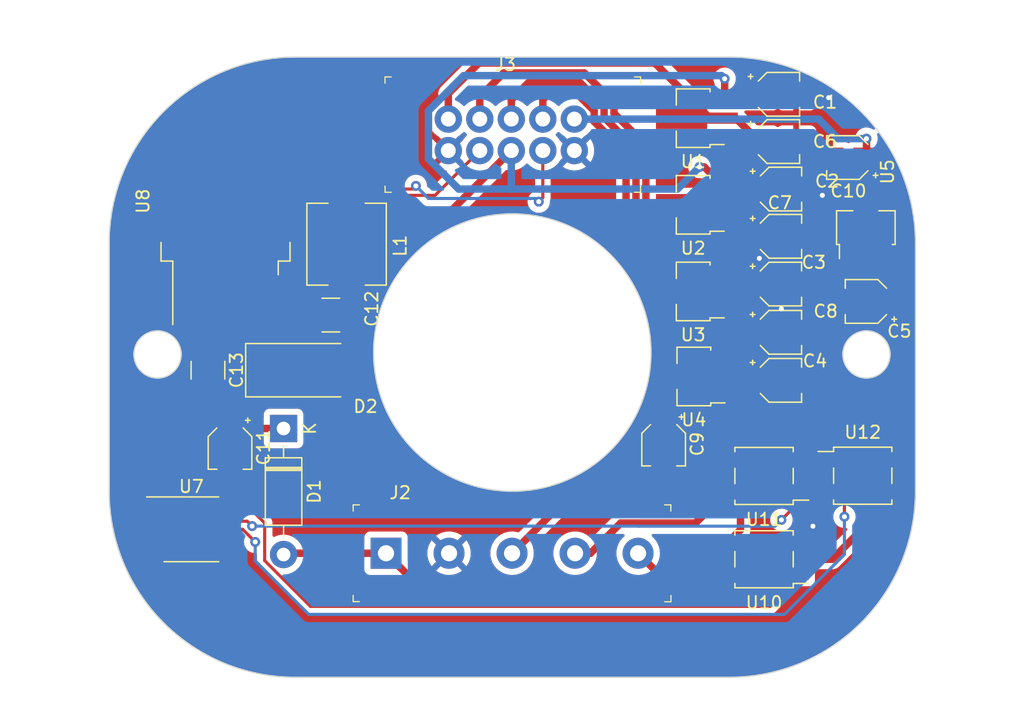
<source format=kicad_pcb>
(kicad_pcb (version 20221018) (generator pcbnew)
  (layers (0 "F.Cu" signal) (31 "B.Cu" signal) (34 "B.Paste" user) (35 "F.Paste" user) (36 "B.SilkS" user "B.Silkscreen") (37 "F.SilkS" user "F.Silkscreen") (38 "B.Mask" user) (39 "F.Mask" user) (44 "Edge.Cuts" user))
  (net 0 "")
  (net 1 "5v")
  (net 2 "Earth")
  (net 3 "1v2_VCORE")
  (net 4 "3v3")
  (net 5 "2v5_VDDFUSE")
  (net 6 "1v2")
  (net 7 "1v5_DDR")
  (net 8 "Net-(D1-K)")
  (net 9 "Net-(D1-A)")
  (net 10 "Net-(D2-K)")
  (net 11 "Net-(J2-Pad3)")
  (net 12 "Net-(J2-Pad4)")
  (net 13 "Net-(J2-Pad5)")
  (net 14 "SCL")
  (net 15 "SDA")
  (net 23 "FAN")
  (net 24 "COOL")
  (net 25 "HEAT")
  (footprint "Package_TO_SOT_SMD:SOT-89-3_Handsoldering" (layer "F.Cu") (at 146 43.75 90)
    (fp_text reference "U5" (at 4.5 1.75 90) (layer "F.SilkS"))
    (fp_text value "AZ1117-1.5")
    (pad "1" smd rect (at -2.45 -1.5 90) (size 2.3 0.9) (layers "F.Cu" "F.Paste" "F.Mask") (net 2 "Earth"))
    (pad "2" smd custom (at -2.3625 0 90) (size 2.475 0.9) (layers "F.Cu" "F.Paste" "F.Mask") (net 7 "1v5_DDR") (options (clearance outline) (anchor rect)) (primitives (gr_poly (pts (xy 5.3625 0.8665) (xy 1.2375 0.8665) (xy 1.2375 -0.8665) (xy 5.3625 -0.8665)) (width 0) (fill yes))))
    (pad "3" smd rect (at -2.45 1.5 90) (size 2.3 0.9) (layers "F.Cu" "F.Paste" "F.Mask") (net 1 "5v"))
  )
  (footprint "Package_TO_SOT_SMD:SOT-89-3_Handsoldering" (layer "F.Cu") (at 132.08 41.91 180)
    (fp_text reference "U2" (at 0 -3.5) (layer "F.SilkS"))
    (fp_text value "AZ1117-3.3")
    (pad "1" smd rect (at -2.45 -1.5 180) (size 2.3 0.9) (layers "F.Cu" "F.Paste" "F.Mask") (net 2 "Earth"))
    (pad "2" smd custom (at -2.3625 0 180) (size 2.475 0.9) (layers "F.Cu" "F.Paste" "F.Mask") (net 4 "3v3") (options (clearance outline) (anchor rect)) (primitives (gr_poly (pts (xy 5.3625 0.8665) (xy 1.2375 0.8665) (xy 1.2375 -0.8665) (xy 5.3625 -0.8665)) (width 0) (fill yes))))
    (pad "3" smd rect (at -2.45 1.5 180) (size 2.3 0.9) (layers "F.Cu" "F.Paste" "F.Mask") (net 1 "5v"))
  )
  (footprint "Capacitor_SMD:CP_Elec_3x5.3" (layer "F.Cu") (at 139.06 56.06)
    (fp_text reference "C4" (at 2.84 -1.56) (layer "F.SilkS"))
    (fp_text value "10uF")
    (pad "1" smd rect (at -1.5 0) (size 2.2 1.6) (layers "F.Cu" "F.Paste" "F.Mask") (net 1 "5v"))
    (pad "2" smd rect (at 1.5 0) (size 2.2 1.6) (layers "F.Cu" "F.Paste" "F.Mask") (net 2 "Earth"))
  )
  (footprint "Capacitor_SMD:CP_Elec_3x5.3" (layer "F.Cu") (at 138.9 33)
    (fp_text reference "C1" (at 3.81 0.635) (layer "F.SilkS"))
    (fp_text value "10uF")
    (pad "1" smd rect (at -1.5 0) (size 2.2 1.6) (layers "F.Cu" "F.Paste" "F.Mask") (net 1 "5v"))
    (pad "2" smd rect (at 1.5 0) (size 2.2 1.6) (layers "F.Cu" "F.Paste" "F.Mask") (net 2 "Earth"))
  )
  (footprint "Package_TO_SOT_SMD:SOT-89-3_Handsoldering" (layer "F.Cu") (at 132.08 34.925 180)
    (fp_text reference "U1" (at 0 -3.5) (layer "F.SilkS"))
    (fp_text value "AZ1117-1.2")
    (pad "1" smd rect (at -2.45 -1.5 180) (size 2.3 0.9) (layers "F.Cu" "F.Paste" "F.Mask") (net 2 "Earth"))
    (pad "2" smd custom (at -2.3625 0 180) (size 2.475 0.9) (layers "F.Cu" "F.Paste" "F.Mask") (net 3 "1v2_VCORE") (options (clearance outline) (anchor rect)) (primitives (gr_poly (pts (xy 5.3625 0.8665) (xy 1.2375 0.8665) (xy 1.2375 -0.8665) (xy 5.3625 -0.8665)) (width 0) (fill yes))))
    (pad "3" smd rect (at -2.45 1.5 180) (size 2.3 0.9) (layers "F.Cu" "F.Paste" "F.Mask") (net 1 "5v"))
  )
  (footprint "Capacitor_SMD:CP_Elec_3x5.3" (layer "F.Cu") (at 138.9 36.81)
    (fp_text reference "C6" (at 3.81 0) (layer "F.SilkS"))
    (fp_text value "22uF")
    (pad "1" smd rect (at -1.5 0) (size 2.2 1.6) (layers "F.Cu" "F.Paste" "F.Mask") (net 3 "1v2_VCORE"))
    (pad "2" smd rect (at 1.5 0) (size 2.2 1.6) (layers "F.Cu" "F.Paste" "F.Mask") (net 2 "Earth"))
  )
  (footprint "digikey-footprints:Term_Block_1x5_P5.08mm" (layer "F.Cu") (at 107.32 70)
    (fp_text reference "J2" (at 1.138 -4.88) (layer "F.SilkS"))
    (fp_text value "OSTTC052162")
    (pad "1" thru_hole rect (at 0 0) (size 2.5 2.5) (drill 1.3) (layers "*.Cu" "*.Mask") (net 9 "Net-(D1-A)"))
    (pad "2" thru_hole circle (at 5.08 0) (size 2.5 2.5) (drill 1.3) (layers "*.Cu" "*.Mask") (net 2 "Earth"))
    (pad "3" thru_hole circle (at 10.16 0) (size 2.5 2.5) (drill 1.3) (layers "*.Cu" "*.Mask") (net 11 "Net-(J2-Pad3)"))
    (pad "4" thru_hole circle (at 15.24 0) (size 2.5 2.5) (drill 1.3) (layers "*.Cu" "*.Mask") (net 12 "Net-(J2-Pad4)"))
    (pad "5" thru_hole circle (at 20.32 0) (size 2.5 2.5) (drill 1.3) (layers "*.Cu" "*.Mask") (net 13 "Net-(J2-Pad5)"))
  )
  (footprint "Capacitor_SMD:CP_Elec_3x5.3" (layer "F.Cu") (at 139.065 44.45)
    (fp_text reference "C7" (at 0 -2.7) (layer "F.SilkS"))
    (fp_text value "22uF")
    (pad "1" smd rect (at -1.5 0) (size 2.2 1.6) (layers "F.Cu" "F.Paste" "F.Mask") (net 4 "3v3"))
    (pad "2" smd rect (at 1.5 0) (size 2.2 1.6) (layers "F.Cu" "F.Paste" "F.Mask") (net 2 "Earth"))
  )
  (footprint "Package_TO_SOT_SMD:TO-263-5_TabPin3" (layer "F.Cu") (at 94.38 41.62 90)
    (fp_text reference "U8" (at 0 -6.65 90) (layer "F.SilkS"))
    (fp_text value "LM2576HVS-5")
    (pad "1" smd roundrect (at -7.65 -3.4 90) (size 4.6 1.1) (layers "F.Cu" "F.Paste" "F.Mask") (roundrect_rratio 0.227273) (net 8 "Net-(D1-K)"))
    (pad "2" smd roundrect (at -7.65 -1.7 90) (size 4.6 1.1) (layers "F.Cu" "F.Paste" "F.Mask") (roundrect_rratio 0.227273) (net 10 "Net-(D2-K)"))
    (pad "3" smd roundrect (at -7.65 0 90) (size 4.6 1.1) (layers "F.Cu" "F.Paste" "F.Mask") (roundrect_rratio 0.227273) (net 2 "Earth"))
    (pad "3" smd roundrect (at -0.925 -2.775 90) (size 4.55 5.25) (layers "F.Cu" "F.Paste") (roundrect_rratio 0.054945) (net 2 "Earth"))
    (pad "3" smd roundrect (at -0.925 2.775 90) (size 4.55 5.25) (layers "F.Cu" "F.Paste") (roundrect_rratio 0.054945) (net 2 "Earth"))
    (pad "3" smd roundrect (at 1.5 0 90) (size 9.4 10.8) (layers "F.Cu" "F.Mask") (roundrect_rratio 0.026596) (net 2 "Earth"))
    (pad "3" smd roundrect (at 3.925 -2.775 90) (size 4.55 5.25) (layers "F.Cu" "F.Paste") (roundrect_rratio 0.054945) (net 2 "Earth"))
    (pad "3" smd roundrect (at 3.925 2.775 90) (size 4.55 5.25) (layers "F.Cu" "F.Paste") (roundrect_rratio 0.054945) (net 2 "Earth"))
    (pad "4" smd roundrect (at -7.65 1.7 90) (size 4.6 1.1) (layers "F.Cu" "F.Paste" "F.Mask") (roundrect_rratio 0.227273) (net 1 "5v"))
    (pad "5" smd roundrect (at -7.65 3.4 90) (size 4.6 1.1) (layers "F.Cu" "F.Paste" "F.Mask") (roundrect_rratio 0.227273) (net 2 "Earth"))
  )
  (footprint "Capacitor_SMD:CP_Elec_3x5.3" (layer "F.Cu") (at 144.6 38.1 180)
    (fp_text reference "C10" (at 0 -2.7) (layer "F.SilkS"))
    (fp_text value "22uF")
    (pad "1" smd rect (at -1.5 0 180) (size 2.2 1.6) (layers "F.Cu" "F.Paste" "F.Mask") (net 7 "1v5_DDR"))
    (pad "2" smd rect (at 1.5 0 180) (size 2.2 1.6) (layers "F.Cu" "F.Paste" "F.Mask") (net 2 "Earth"))
  )
  (footprint "Capacitor_SMD:CP_Elec_3x5.3" (layer "F.Cu") (at 129.7 61.2 -90)
    (fp_text reference "C9" (at 0 -2.7 90) (layer "F.SilkS"))
    (fp_text value "22uF")
    (pad "1" smd rect (at -1.5 0 270) (size 2.2 1.6) (layers "F.Cu" "F.Paste" "F.Mask") (net 6 "1v2"))
    (pad "2" smd rect (at 1.5 0 270) (size 2.2 1.6) (layers "F.Cu" "F.Paste" "F.Mask") (net 2 "Earth"))
  )
  (footprint "Package_SO:SO-4_4.4x4.3mm_P2.54mm" (layer "F.Cu") (at 137.795 63.77 180)
    (fp_text reference "U11" (at 0 -3.5) (layer "F.SilkS"))
    (fp_text value "ASSR-1218")
    (pad "1" smd rect (at -3 -1.27 90) (size 0.8 1.2) (layers "F.Cu" "F.Paste" "F.Mask") (net 24 "COOL"))
    (pad "2" smd rect (at -3 1.27 90) (size 0.8 1.2) (layers "F.Cu" "F.Paste" "F.Mask") (net 2 "Earth"))
    (pad "3" smd rect (at 3 1.27 90) (size 0.8 1.2) (layers "F.Cu" "F.Paste" "F.Mask") (net 9 "Net-(D1-A)"))
    (pad "4" smd rect (at 3 -1.27 90) (size 0.8 1.2) (layers "F.Cu" "F.Paste" "F.Mask") (net 12 "Net-(J2-Pad4)"))
  )
  (footprint "Package_TO_SOT_SMD:SOT-89-3_Handsoldering" (layer "F.Cu") (at 132.08 48.895 180)
    (fp_text reference "U3" (at 0 -3.5) (layer "F.SilkS"))
    (fp_text value "AZ1117-2.5")
    (pad "1" smd rect (at -2.45 -1.5 180) (size 2.3 0.9) (layers "F.Cu" "F.Paste" "F.Mask") (net 2 "Earth"))
    (pad "2" smd custom (at -2.3625 0 180) (size 2.475 0.9) (layers "F.Cu" "F.Paste" "F.Mask") (net 5 "2v5_VDDFUSE") (options (clearance outline) (anchor rect)) (primitives (gr_poly (pts (xy 5.3625 0.8665) (xy 1.2375 0.8665) (xy 1.2375 -0.8665) (xy 5.3625 -0.8665)) (width 0) (fill yes))))
    (pad "3" smd rect (at -2.45 1.5 180) (size 2.3 0.9) (layers "F.Cu" "F.Paste" "F.Mask") (net 1 "5v"))
  )
  (footprint "Diode_THT:D_DO-41_SOD81_P10.16mm_Horizontal" (layer "F.Cu") (at 99.06 59.944 -90)
    (fp_text reference "D1" (at 5.08 -2.47 90) (layer "F.SilkS"))
    (fp_text value "1N4002")
    (fp_text user "K" (at 0 -2.1 90) (layer "F.SilkS"))
    (pad "1" thru_hole rect (at 0 0 270) (size 2.2 2.2) (drill 1.1) (layers "*.Cu" "*.Mask") (net 8 "Net-(D1-K)"))
    (pad "2" thru_hole oval (at 10.16 0 270) (size 2.2 2.2) (drill 1.1) (layers "*.Cu" "*.Mask") (net 9 "Net-(D1-A)"))
  )
  (footprint "Package_TO_SOT_SMD:SOT-89-3_Handsoldering" (layer "F.Cu") (at 132.1375 55.75 180)
    (fp_text reference "U4" (at 0 -3.5) (layer "F.SilkS"))
    (fp_text value "AZ1117-1.2")
    (pad "1" smd rect (at -2.45 -1.5 180) (size 2.3 0.9) (layers "F.Cu" "F.Paste" "F.Mask") (net 2 "Earth"))
    (pad "2" smd custom (at -2.3625 0 180) (size 2.475 0.9) (layers "F.Cu" "F.Paste" "F.Mask") (net 6 "1v2") (options (clearance outline) (anchor rect)) (primitives (gr_poly (pts (xy 5.3625 0.8665) (xy 1.2375 0.8665) (xy 1.2375 -0.8665) (xy 5.3625 -0.8665)) (width 0) (fill yes))))
    (pad "3" smd rect (at -2.45 1.5 180) (size 2.3 0.9) (layers "F.Cu" "F.Paste" "F.Mask") (net 1 "5v"))
  )
  (footprint "Package_SO:SO-4_4.4x4.3mm_P2.54mm" (layer "F.Cu") (at 145.75 63.75)
    (fp_text reference "U12" (at 0 -3.5) (layer "F.SilkS"))
    (fp_text value "ASSR-1218")
    (pad "1" smd rect (at -3 -1.27 270) (size 0.8 1.2) (layers "F.Cu" "F.Paste" "F.Mask") (net 23 "FAN"))
    (pad "2" smd rect (at -3 1.27 270) (size 0.8 1.2) (layers "F.Cu" "F.Paste" "F.Mask") (net 2 "Earth"))
    (pad "3" smd rect (at 3 1.27 270) (size 0.8 1.2) (layers "F.Cu" "F.Paste" "F.Mask") (net 9 "Net-(D1-A)"))
    (pad "4" smd rect (at 3 -1.27 270) (size 0.8 1.2) (layers "F.Cu" "F.Paste" "F.Mask") (net 11 "Net-(J2-Pad3)"))
  )
  (footprint "Capacitor_SMD:CP_Elec_3x5.3" (layer "F.Cu") (at 146.1 49.7 180)
    (fp_text reference "C5" (at -2.6 -2.4) (layer "F.SilkS"))
    (fp_text value "10uF")
    (pad "1" smd rect (at -1.5 0 180) (size 2.2 1.6) (layers "F.Cu" "F.Paste" "F.Mask") (net 1 "5v"))
    (pad "2" smd rect (at 1.5 0 180) (size 2.2 1.6) (layers "F.Cu" "F.Paste" "F.Mask") (net 2 "Earth"))
  )
  (footprint "Diode_SMD:D_SMA-SMB_Universal_Handsoldering" (layer "F.Cu") (at 100.965 55.245)
    (fp_text reference "D2" (at 4.699 2.921) (layer "F.SilkS"))
    (fp_text value "B120-E3")
    (pad "1" smd trapezoid (at -2.9 0) (size 3.6 1.7) (rect_delta 0.6 0) (layers "F.Cu" "F.Paste" "F.Mask") (net 10 "Net-(D2-K)"))
    (pad "2" smd trapezoid (at 2.9 0 180) (size 3.6 1.7) (rect_delta 0.6 0) (layers "F.Cu" "F.Paste" "F.Mask") (net 2 "Earth"))
  )
  (footprint "digikey-footprints:PinHeader_2x5_P2.54mm_Drill1.2mm" (layer "F.Cu") (at 112.34 35)
    (fp_text reference "J3" (at 4.6 -4.4) (layer "F.SilkS"))
    (fp_text value "302-S101")
    (pad "1" thru_hole circle (at 0 0) (size 2.2 2.2) (drill 1.2) (layers "*.Cu" "*.Mask") (net 3 "1v2_VCORE"))
    (pad "2" thru_hole circle (at 0 2.54) (size 2.2 2.2) (drill 1.2) (layers "*.Cu" "*.Mask") (net 2 "Earth"))
    (pad "3" thru_hole circle (at 2.54 0) (size 2.2 2.2) (drill 1.2) (layers "*.Cu" "*.Mask") (net 4 "3v3"))
    (pad "4" thru_hole circle (at 2.54 2.54) (size 2.2 2.2) (drill 1.2) (layers "*.Cu" "*.Mask") (net 14 "SCL"))
    (pad "5" thru_hole circle (at 5.08 0) (size 2.2 2.2) (drill 1.2) (layers "*.Cu" "*.Mask") (net 5 "2v5_VDDFUSE"))
    (pad "6" thru_hole circle (at 5.08 2.54) (size 2.2 2.2) (drill 1.2) (layers "*.Cu" "*.Mask") (net 1 "5v"))
    (pad "7" thru_hole circle (at 7.62 0) (size 2.2 2.2) (drill 1.2) (layers "*.Cu" "*.Mask") (net 6 "1v2"))
    (pad "8" thru_hole circle (at 7.62 2.54) (size 2.2 2.2) (drill 1.2) (layers "*.Cu" "*.Mask") (net 15 "SDA"))
    (pad "9" thru_hole circle (at 10.16 0) (size 2.2 2.2) (drill 1.2) (layers "*.Cu" "*.Mask") (net 7 "1v5_DDR"))
    (pad "10" thru_hole circle (at 10.16 2.54) (size 2.2 2.2) (drill 1.2) (layers "*.Cu" "*.Mask") (net 2 "Earth"))
  )
  (footprint "Package_SO:SO-4_4.4x4.3mm_P2.54mm" (layer "F.Cu") (at 137.795 70.485 180)
    (fp_text reference "U10" (at 0 -3.5) (layer "F.SilkS"))
    (fp_text value "ASSR-1218")
    (pad "1" smd rect (at -3 -1.27 90) (size 0.8 1.2) (layers "F.Cu" "F.Paste" "F.Mask") (net 25 "HEAT"))
    (pad "2" smd rect (at -3 1.27 90) (size 0.8 1.2) (layers "F.Cu" "F.Paste" "F.Mask") (net 2 "Earth"))
    (pad "3" smd rect (at 3 1.27 90) (size 0.8 1.2) (layers "F.Cu" "F.Paste" "F.Mask") (net 9 "Net-(D1-A)"))
    (pad "4" smd rect (at 3 -1.27 90) (size 0.8 1.2) (layers "F.Cu" "F.Paste" "F.Mask") (net 13 "Net-(J2-Pad5)"))
  )
  (footprint "Capacitor_SMD:CP_Elec_3x5.3" (layer "F.Cu") (at 139.06 52.19)
    (fp_text reference "C8" (at 3.7 -1.7) (layer "F.SilkS"))
    (fp_text value "22uF")
    (pad "1" smd rect (at -1.5 0) (size 2.2 1.6) (layers "F.Cu" "F.Paste" "F.Mask") (net 5 "2v5_VDDFUSE"))
    (pad "2" smd rect (at 1.5 0) (size 2.2 1.6) (layers "F.Cu" "F.Paste" "F.Mask") (net 2 "Earth"))
  )
  (footprint "Capacitor_SMD:C_1210_3225Metric_Pad1.33x2.70mm_HandSolder" (layer "F.Cu") (at 92.964 55.245 -90)
    (fp_text reference "C13" (at 0 -2.3 90) (layer "F.SilkS"))
    (fp_text value "100uF")
    (pad "1" smd roundrect (at -1.5625 0 270) (size 1.325 2.7) (layers "F.Cu" "F.Paste" "F.Mask") (roundrect_rratio 0.188679) (net 8 "Net-(D1-K)"))
    (pad "2" smd roundrect (at 1.5625 0 270) (size 1.325 2.7) (layers "F.Cu" "F.Paste" "F.Mask") (roundrect_rratio 0.188679) (net 2 "Earth"))
  )
  (footprint "Capacitor_SMD:CP_Elec_3x5.3" (layer "F.Cu") (at 94.742 61.468 -90)
    (fp_text reference "C11" (at 0 -2.7 90) (layer "F.SilkS"))
    (fp_text value "100uF")
    (pad "1" smd rect (at -1.5 0 270) (size 2.2 1.6) (layers "F.Cu" "F.Paste" "F.Mask") (net 8 "Net-(D1-K)"))
    (pad "2" smd rect (at 1.5 0 270) (size 2.2 1.6) (layers "F.Cu" "F.Paste" "F.Mask") (net 2 "Earth"))
  )
  (footprint "Capacitor_SMD:CP_Elec_3x5.3" (layer "F.Cu") (at 139.065 40.64)
    (fp_text reference "C2" (at 3.81 -0.635) (layer "F.SilkS"))
    (fp_text value "10uF")
    (pad "1" smd rect (at -1.5 0) (size 2.2 1.6) (layers "F.Cu" "F.Paste" "F.Mask") (net 1 "5v"))
    (pad "2" smd rect (at 1.5 0) (size 2.2 1.6) (layers "F.Cu" "F.Paste" "F.Mask") (net 2 "Earth"))
  )
  (footprint "Package_SO:TSSOP-14_4.4x5mm_P0.65mm" (layer "F.Cu") (at 91.6255 68.072)
    (fp_text reference "U7" (at 0 -3.45) (layer "F.SilkS"))
    (fp_text value "ATtiny20-X")
    (pad "1" smd roundrect (at -2.8625 -1.95) (size 1.475 0.4) (layers "F.Cu" "F.Paste" "F.Mask") (net 1 "5v"))
    (pad "2" smd roundrect (at -2.8625 -1.3) (size 1.475 0.4) (layers "F.Cu" "F.Paste" "F.Mask") (net 14 "SCL"))
    (pad "3" smd roundrect (at -2.8625 -0.65) (size 1.475 0.4) (layers "F.Cu" "F.Paste" "F.Mask") (net 15 "SDA"))
    (pad "4" smd roundrect (at -2.8625 0) (size 1.475 0.4) (layers "F.Cu" "F.Paste" "F.Mask"))
    (pad "5" smd roundrect (at -2.8625 0.65) (size 1.475 0.4) (layers "F.Cu" "F.Paste" "F.Mask"))
    (pad "6" smd roundrect (at -2.8625 1.3) (size 1.475 0.4) (layers "F.Cu" "F.Paste" "F.Mask"))
    (pad "7" smd roundrect (at -2.8625 1.95) (size 1.475 0.4) (layers "F.Cu" "F.Paste" "F.Mask"))
    (pad "8" smd roundrect (at 2.8625 1.95) (size 1.475 0.4) (layers "F.Cu" "F.Paste" "F.Mask"))
    (pad "9" smd roundrect (at 2.8625 1.3) (size 1.475 0.4) (layers "F.Cu" "F.Paste" "F.Mask"))
    (pad "10" smd roundrect (at 2.8625 0.65) (size 1.475 0.4) (layers "F.Cu" "F.Paste" "F.Mask"))
    (pad "11" smd roundrect (at 2.8625 0) (size 1.475 0.4) (layers "F.Cu" "F.Paste" "F.Mask") (net 23 "FAN"))
    (pad "12" smd roundrect (at 2.8625 -0.65) (size 1.475 0.4) (layers "F.Cu" "F.Paste" "F.Mask") (net 24 "COOL"))
    (pad "13" smd roundrect (at 2.8625 -1.3) (size 1.475 0.4) (layers "F.Cu" "F.Paste" "F.Mask") (net 25 "HEAT"))
    (pad "14" smd roundrect (at 2.8625 -1.95) (size 1.475 0.4) (layers "F.Cu" "F.Paste" "F.Mask") (net 2 "Earth"))
  )
  (footprint "Capacitor_SMD:CP_Elec_3x5.3" (layer "F.Cu") (at 139.06 48.3)
    (fp_text reference "C3" (at 2.75 -1.75) (layer "F.SilkS"))
    (fp_text value "10uF")
    (pad "1" smd rect (at -1.5 0) (size 2.2 1.6) (layers "F.Cu" "F.Paste" "F.Mask") (net 1 "5v"))
    (pad "2" smd rect (at 1.5 0) (size 2.2 1.6) (layers "F.Cu" "F.Paste" "F.Mask") (net 2 "Earth"))
  )
  (footprint "Inductor_SMD:L_6.3x6.3_H3" (layer "F.Cu") (at 104.14 45.085 90)
    (fp_text reference "L1" (at -0.127 4.318 90) (layer "F.SilkS"))
    (fp_text value "100uH")
    (pad "1" smd rect (at -2.75 0 90) (size 1.5 2.4) (layers "F.Cu" "F.Paste" "F.Mask") (net 10 "Net-(D2-K)"))
    (pad "2" smd rect (at 2.75 0 90) (size 1.5 2.4) (layers "F.Cu" "F.Paste" "F.Mask") (net 1 "5v"))
  )
  (footprint "Capacitor_SMD:C_1210_3225Metric_Pad1.33x2.70mm_HandSolder" (layer "F.Cu") (at 102.87 50.8)
    (fp_text reference "C12" (at 3.302 -0.508 90) (layer "F.SilkS"))
    (fp_text value "1000uF")
    (pad "1" smd roundrect (at -1.5625 0) (size 1.325 2.7) (layers "F.Cu" "F.Paste" "F.Mask") (roundrect_rratio 0.188679) (net 1 "5v"))
    (pad "2" smd roundrect (at 1.5625 0) (size 1.325 2.7) (layers "F.Cu" "F.Paste" "F.Mask") (roundrect_rratio 0.188679) (net 2 "Earth"))
  )
  (gr_line (start 150 65) (end 150 45) (stroke (width 0.1)) (layer "Edge.Cuts"))
  (gr_line (start 85 45) (end 85 65) (stroke (width 0.1)) (layer "Edge.Cuts"))
  (gr_arc (start 135 30) (mid 145.606602 34.393398) (end 150 45) (stroke (width 0.1)) (layer "Edge.Cuts"))
  (gr_circle (center 146.05 53.975) (end 146.05 55.88) (stroke (width 0.1)) (fill none) (layer "Edge.Cuts"))
  (gr_arc (start 85 45) (mid 89.393398 34.393398) (end 100 30) (stroke (width 0.1)) (layer "Edge.Cuts"))
  (gr_arc (start 100 80) (mid 89.393398 75.606602) (end 85 65) (stroke (width 0.1)) (layer "Edge.Cuts"))
  (gr_arc (start 150 65) (mid 145.606602 75.606602) (end 135 80) (stroke (width 0.1)) (layer "Edge.Cuts"))
  (gr_circle (center 88.9 53.975) (end 88.9 55.88) (stroke (width 0.1)) (fill none) (layer "Edge.Cuts"))
  (gr_line (start 100 30) (end 135 30) (stroke (width 0.1)) (layer "Edge.Cuts"))
  (gr_circle (center 117.5 53.819661) (end 127.5 58.819661) (stroke (width 0.1)) (fill none) (layer "Edge.Cuts"))
  (gr_line (start 100 80) (end 135 80) (stroke (width 0.1)) (layer "Edge.Cuts"))
  (segment (start 147.6 49.7) (end 147.6 46.3) (width 0.6) (layer "F.Cu") (net 1))
  (segment (start 96.08 47.806827) (end 96.08 49.27) (width 0.25) (layer "F.Cu") (net 1))
  (segment (start 96.08 50.98066) (end 97.16934 52.07) (width 0.6) (layer "F.Cu") (net 1))
  (segment (start 139.32 46.54) (end 142.24 46.54) (width 0.6) (layer "F.Cu") (net 1))
  (segment (start 142.24 46.54) (end 142.24 43.225) (width 0.6) (layer "F.Cu") (net 1))
  (segment (start 147.6 46.3) (end 147.5 46.2) (width 0.6) (layer "F.Cu") (net 1))
  (segment (start 137.4 33) (end 134.955 33) (width 0.6) (layer "F.Cu") (net 1))
  (segment (start 138.865 41.94) (end 137.565 40.64) (width 0.6) (layer "F.Cu") (net 1))
  (segment (start 140.13 53.49) (end 142.044 53.49) (width 0.6) (layer "F.Cu") (net 1))
  (segment (start 142.24 53.294) (end 142.24 46.54) (width 0.6) (layer "F.Cu") (net 1))
  (segment (start 140.955 41.94) (end 138.865 41.94) (width 0.6) (layer "F.Cu") (net 1))
  (segment (start 132.588 38.862) (end 132.982 38.862) (width 0.6) (layer "F.Cu") (net 1))
  (segment (start 137.56 48.3) (end 139.32 46.54) (width 0.6) (layer "F.Cu") (net 1))
  (segment (start 137.56 56.06) (end 140.13 53.49) (width 0.6) (layer "F.Cu") (net 1))
  (segment (start 144.1 48.4) (end 142.24 46.54) (width 0.6) (layer "F.Cu") (net 1))
  (segment (start 135.75 54.25) (end 134.5875 54.25) (width 0.6) (layer "F.Cu") (net 1))
  (segment (start 137.56 56.06) (end 135.75 54.25) (width 0.6) (layer "F.Cu") (net 1))
  (segment (start 142.24 43.225) (end 140.955 41.94) (width 0.6) (layer "F.Cu") (net 1))
  (segment (start 134.62 31.75) (end 134.62 33.335) (width 0.6) (layer "F.Cu") (net 1))
  (segment (start 146.3 48.4) (end 144.1 48.4) (width 0.6) (layer "F.Cu") (net 1))
  (segment (start 134.62 33.335) (end 134.53 33.425) (width 0.6) (layer "F.Cu") (net 1))
  (segment (start 104.14 42.335) (end 112.625 42.335) (width 0.6) (layer "F.Cu") (net 1))
  (segment (start 94.918173 46.645) (end 96.08 47.806827) (width 0.25) (layer "F.Cu") (net 1))
  (segment (start 101.3075 45.1675) (end 104.14 42.335) (width 0.6) (layer "F.Cu") (net 1))
  (segment (start 142.044 53.49) (end 142.24 53.294) (width 0.6) (layer "F.Cu") (net 1))
  (segment (start 90.441827 46.645) (end 94.918173 46.645) (width 0.25) (layer "F.Cu") (net 1))
  (segment (start 132.982 38.862) (end 134.53 40.41) (width 0.6) (layer "F.Cu") (net 1))
  (segment (start 112.625 42.335) (end 117.42 37.54) (width 0.6) (layer "F.Cu") (net 1))
  (segment (start 134.76 40.64) (end 134.53 40.41) (width 0.6) (layer "F.Cu") (net 1))
  (segment (start 137.56 48.3) (end 136.655 47.395) (width 0.6) (layer "F.Cu") (net 1))
  (segment (start 147.6 49.7) (end 146.3 48.4) (width 0.6) (layer "F.Cu") (net 1))
  (segment (start 96.08 49.27) (end 96.08 50.98066) (width 0.6) (layer "F.Cu") (net 1))
  (segment (start 101.3075 50.8) (end 101.3075 45.1675) (width 0.6) (layer "F.Cu") (net 1))
  (segment (start 88.763 66.122) (end 86.489 63.848) (width 0.25) (layer "F.Cu") (net 1))
  (segment (start 86.489 63.848) (end 86.489 50.597827) (width 0.25) (layer "F.Cu") (net 1))
  (segment (start 136.655 47.395) (end 134.53 47.395) (width 0.6) (layer "F.Cu") (net 1))
  (segment (start 134.955 33) (end 134.53 33.425) (width 0.6) (layer "F.Cu") (net 1))
  (segment (start 100.0375 52.07) (end 101.3075 50.8) (width 0.6) (layer "F.Cu") (net 1))
  (segment (start 137.565 40.64) (end 134.76 40.64) (width 0.6) (layer "F.Cu") (net 1))
  (segment (start 97.16934 52.07) (end 100.0375 52.07) (width 0.6) (layer "F.Cu") (net 1))
  (segment (start 86.489 50.597827) (end 90.441827 46.645) (width 0.25) (layer "F.Cu") (net 1))
  (via (at 134.62 31.75) (size 0.8) (drill 0.4) (layers "F.Cu" "B.Cu") (net 1))
  (via (at 132.588 38.862) (size 0.8) (drill 0.4) (layers "F.Cu" "B.Cu") (net 1))
  (segment (start 132.588 38.862) (end 130.81 40.64) (width 0.6) (layer "B.Cu") (net 1))
  (segment (start 113.581258 31.496) (end 134.366 31.496) (width 0.6) (layer "B.Cu") (net 1))
  (segment (start 110.74 34.337258) (end 113.581258 31.496) (width 0.6) (layer "B.Cu") (net 1))
  (segment (start 110.74 38.202742) (end 110.74 34.337258) (width 0.6) (layer "B.Cu") (net 1))
  (segment (start 117.42 40.568) (end 117.348 40.64) (width 0.6) (layer "B.Cu") (net 1))
  (segment (start 134.366 31.496) (end 134.62 31.75) (width 0.6) (layer "B.Cu") (net 1))
  (segment (start 117.42 37.54) (end 117.42 40.568) (width 0.6) (layer "B.Cu") (net 1))
  (segment (start 113.177258 40.64) (end 110.74 38.202742) (width 0.6) (layer "B.Cu") (net 1))
  (segment (start 117.348 40.64) (end 113.177258 40.64) (width 0.6) (layer "B.Cu") (net 1))
  (segment (start 130.81 40.64) (end 117.348 40.64) (width 0.6) (layer "B.Cu") (net 1))
  (segment (start 140.565 44.45) (end 140.265 44.45) (width 0.25) (layer "F.Cu") (net 2))
  (segment (start 139.192 49.668) (end 140.56 48.3) (width 0.25) (layer "F.Cu") (net 2))
  (segment (start 142.728 33) (end 143.002 33.274) (width 0.25) (layer "F.Cu") (net 2))
  (segment (start 138.487 46.228) (end 137.414 46.228) (width 0.25) (layer "F.Cu") (net 2))
  (segment (start 141.986 40.64) (end 142.494 41.148) (width 0.25) (layer "F.Cu") (net 2))
  (segment (start 134.53 44.11) (end 134.53 43.41) (width 0.25) (layer "F.Cu") (net 2))
  (segment (start 140.4 33) (end 142.728 33) (width 0.25) (layer "F.Cu") (net 2))
  (segment (start 136.648 46.228) (end 134.53 44.11) (width 0.25) (layer "F.Cu") (net 2))
  (segment (start 140.265 44.45) (end 138.487 46.228) (width 0.25) (layer "F.Cu") (net 2))
  (segment (start 137.414 46.228) (end 136.648 46.228) (width 0.25) (layer "F.Cu") (net 2))
  (segment (start 140.795 69.215) (end 140.795 68.755) (width 0.25) (layer "F.Cu") (net 2))
  (segment (start 139.192 50.292) (end 139.192 49.668) (width 0.25) (layer "F.Cu") (net 2))
  (segment (start 140.565 40.64) (end 141.986 40.64) (width 0.25) (layer "F.Cu") (net 2))
  (segment (start 140.795 68.755) (end 141.732 67.818) (width 0.25) (layer "F.Cu") (net 2))
  (via (at 142.494 41.148) (size 0.8) (drill 0.4) (layers "F.Cu" "B.Cu") (net 2))
  (via (at 137.414 46.228) (size 0.8) (drill 0.4) (layers "F.Cu" "B.Cu") (net 2))
  (via (at 139.192 50.292) (size 0.8) (drill 0.4) (layers "F.Cu" "B.Cu") (net 2))
  (via (at 141.732 67.818) (size 0.8) (drill 0.4) (layers "F.Cu" "B.Cu") (net 2))
  (via (at 143.002 33.274) (size 0.8) (drill 0.4) (layers "F.Cu" "B.Cu") (net 2))
  (segment (start 141.732 67.818) (end 142.24 67.31) (width 0.25) (layer "B.Cu") (net 2))
  (segment (start 142.24 67.31) (end 142.494 67.31) (width 0.25) (layer "B.Cu") (net 2))
  (segment (start 142.494 41.148) (end 138.176 45.466) (width 0.25) (layer "B.Cu") (net 2))
  (segment (start 138.176 45.466) (end 138.176 46.228) (width 0.25) (layer "B.Cu") (net 2))
  (segment (start 138.176 50.292) (end 139.192 50.292) (width 0.25) (layer "B.Cu") (net 2))
  (segment (start 138.176 46.228) (end 137.414 46.228) (width 0.25) (layer "B.Cu") (net 2))
  (segment (start 138.176 46.228) (end 138.176 46.482) (width 0.25) (layer "B.Cu") (net 2))
  (segment (start 138.176 46.482) (end 138.176 50.292) (width 0.25) (layer "B.Cu") (net 2))
  (segment (start 112.34 32.948) (end 112.34 35) (width 0.6) (layer "F.Cu") (net 3))
  (segment (start 134.4425 34.925) (end 133.43 34.925) (width 0.6) (layer "F.Cu") (net 3))
  (segment (start 128.985 30.48) (end 114.808 30.48) (width 0.6) (layer "F.Cu") (net 3))
  (segment (start 137.4 36.81) (end 135.515 34.925) (width 0.6) (layer "F.Cu") (net 3))
  (segment (start 133.43 34.925) (end 128.985 30.48) (width 0.6) (layer "F.Cu") (net 3))
  (segment (start 135.515 34.925) (end 134.4425 34.925) (width 0.6) (layer "F.Cu") (net 3))
  (segment (start 114.808 30.48) (end 112.34 32.948) (width 0.6) (layer "F.Cu") (net 3))
  (segment (start 137.4 36.81) (end 137.4 36.45) (width 0.6) (layer "F.Cu") (net 3))
  (segment (start 123.305482 31.28) (end 125.7 33.674518) (width 0.6) (layer "F.Cu") (net 4))
  (segment (start 137.565 43.845) (end 135.63 41.91) (width 0.6) (layer "F.Cu") (net 4))
  (segment (start 114.88 33.202) (end 116.802 31.28) (width 0.6) (layer "F.Cu") (net 4))
  (segment (start 128.27 37.107259) (end 128.27 41.542238) (width 0.6) (layer "F.Cu") (net 4))
  (segment (start 125.7 34.53726) (end 128.27 37.107259) (width 0.6) (layer "F.Cu") (net 4))
  (segment (start 128.27 41.542238) (end 128.637762 41.91) (width 0.6) (layer "F.Cu") (net 4))
  (segment (start 128.637762 41.91) (end 134.4425 41.91) (width 0.6) (layer "F.Cu") (net 4))
  (segment (start 114.88 35) (end 114.88 33.202) (width 0.6) (layer "F.Cu") (net 4))
  (segment (start 135.63 41.91) (end 134.4425 41.91) (width 0.6) (layer "F.Cu") (net 4))
  (segment (start 116.802 31.28) (end 123.305482 31.28) (width 0.6) (layer "F.Cu") (net 4))
  (segment (start 137.565 44.45) (end 137.565 43.845) (width 0.6) (layer "F.Cu") (net 4))
  (segment (start 125.7 33.674518) (end 125.7 34.53726) (width 0.6) (layer "F.Cu") (net 4))
  (segment (start 122.974112 32.08) (end 124.9 34.005888) (width 0.6) (layer "F.Cu") (net 5))
  (segment (start 132.88 49.445) (end 133.43 48.895) (width 0.6) (layer "F.Cu") (net 5))
  (segment (start 124.9 34.005888) (end 124.9 34.86863) (width 0.6) (layer "F.Cu") (net 5))
  (segment (start 133.43 48.895) (end 134.4425 48.895) (width 0.6) (layer "F.Cu") (net 5))
  (segment (start 127.47 37.43863) (end 127.47 41.873608) (width 0.6) (layer "F.Cu") (net 5))
  (segment (start 132.842 48.307) (end 133.43 48.895) (width 0.6) (layer "F.Cu") (net 5))
  (segment (start 124.9 34.86863) (end 127.47 37.43863) (width 0.6) (layer "F.Cu") (net 5))
  (segment (start 132.88 51.854) (end 132.88 49.445) (width 0.6) (layer "F.Cu") (net 5))
  (segment (start 131.826 46.228) (end 132.842 47.244) (width 0.6) (layer "F.Cu") (net 5))
  (segment (start 117.42 35) (end 117.42 33.444366) (width 0.6) (layer "F.Cu") (net 5))
  (segment (start 131.824392 46.228) (end 131.826 46.228) (width 0.6) (layer "F.Cu") (net 5))
  (segment (start 117.42 33.444366) (end 118.784366 32.08) (width 0.6) (layer "F.Cu") (net 5))
  (segment (start 118.784366 32.08) (end 122.974112 32.08) (width 0.6) (layer "F.Cu") (net 5))
  (segment (start 133.216 52.19) (end 132.88 51.854) (width 0.6) (layer "F.Cu") (net 5))
  (segment (start 127.47 41.873608) (end 131.824392 46.228) (width 0.6) (layer "F.Cu") (net 5))
  (segment (start 132.842 47.244) (end 132.842 48.307) (width 0.6) (layer "F.Cu") (net 5))
  (segment (start 137.56 52.19) (end 133.216 52.19) (width 0.6) (layer "F.Cu") (net 5))
  (segment (start 119.96 35) (end 119.96 33.444366) (width 0.6) (layer "F.Cu") (net 6))
  (segment (start 129.7 59.7) (end 133.65 55.75) (width 0.6) (layer "F.Cu") (net 6))
  (segment (start 126.67 42.204978) (end 128.58 44.114978) (width 0.6) (layer "F.Cu") (net 6))
  (segment (start 129.157392 50.546) (end 130.81 50.546) (width 0.6) (layer "F.Cu") (net 6))
  (segment (start 120.524366 32.88) (end 122.642742 32.88) (width 0.6) (layer "F.Cu") (net 6))
  (segment (start 128.58 44.114978) (end 128.58 49.968608) (width 0.6) (layer "F.Cu") (net 6))
  (segment (start 133.65 55.75) (end 134.5 55.75) (width 0.6) (layer "F.Cu") (net 6))
  (segment (start 119.96 33.444366) (end 120.524366 32.88) (width 0.6) (layer "F.Cu") (net 6))
  (segment (start 132.08 51.816) (end 132.08 54.3425) (width 0.6) (layer "F.Cu") (net 6))
  (segment (start 128.58 49.968608) (end 129.157392 50.546) (width 0.6) (layer "F.Cu") (net 6))
  (segment (start 126.67 37.77) (end 126.67 42.204978) (width 0.6) (layer "F.Cu") (net 6))
  (segment (start 132.08 54.3425) (end 133.4875 55.75) (width 0.6) (layer "F.Cu") (net 6))
  (segment (start 124.1 34.337258) (end 124.1 35.2) (width 0.6) (layer "F.Cu") (net 6))
  (segment (start 122.642742 32.88) (end 124.1 34.337258) (width 0.6) (layer "F.Cu") (net 6))
  (segment (start 130.81 50.546) (end 132.08 51.816) (width 0.6) (layer "F.Cu") (net 6))
  (segment (start 124.1 35.2) (end 126.67 37.77) (width 0.6) (layer "F.Cu") (net 6))
  (segment (start 133.4875 55.75) (end 134.5 55.75) (width 0.6) (layer "F.Cu") (net 6))
  (segment (start 146.05 36.576) (end 146.05 38.05) (width 0.6) (layer "F.Cu") (net 7))
  (segment (start 146.05 38.05) (end 146.1 38.1) (width 0.6) (layer "F.Cu") (net 7))
  (segment (start 146 46.1125) (end 146.1 46.0125) (width 0.6) (layer "F.Cu") (net 7))
  (segment (start 146.1 46.0125) (end 146.1 38.1) (width 0.6) (layer "F.Cu") (net 7))
  (via (at 146.05 36.576) (size 0.8) (drill 0.4) (layers "F.Cu" "B.Cu") (net 7))
  (segment (start 146.05 36.576) (end 143.764 36.576) (width 0.6) (layer "B.Cu") (net 7))
  (segment (start 142.188 35) (end 122.5 35) (width 0.6) (layer "B.Cu") (net 7))
  (segment (start 143.764 36.576) (end 142.188 35) (width 0.6) (layer "B.Cu") (net 7))
  (segment (start 94.742 59.968) (end 94.742 55.7145) (width 0.6) (layer "F.Cu") (net 8))
  (segment (start 94.742 55.7145) (end 92.71 53.6825) (width 0.6) (layer "F.Cu") (net 8))
  (segment (start 92.71 52.832) (end 92.71 53.6825) (width 0.6) (layer "F.Cu") (net 8))
  (segment (start 90.98 51.102) (end 92.71 52.832) (width 0.6) (layer "F.Cu") (net 8))
  (segment (start 94.766 59.944) (end 94.742 59.968) (width 0.6) (layer "F.Cu") (net 8))
  (segment (start 90.98 49.27) (end 90.98 51.102) (width 0.6) (layer "F.Cu") (net 8))
  (segment (start 99.06 59.944) (end 94.766 59.944) (width 0.6) (layer "F.Cu") (net 8))
  (segment (start 107.32 70) (end 99.164 70) (width 0.6) (layer "F.Cu") (net 9))
  (segment (start 110.98 73.66) (end 135.255 73.66) (width 0.6) (layer "F.Cu") (net 9))
  (segment (start 136.525 70.485) (end 143.129 70.485) (width 0.6) (layer "F.Cu") (net 9))
  (segment (start 148.75 65.02) (end 143.285 70.485) (width 0.6) (layer "F.Cu") (net 9))
  (segment (start 143.285 70.485) (end 143.129 70.485) (width 0.6) (layer "F.Cu") (net 9))
  (segment (start 99.164 70) (end 99.06 70.104) (width 0.6) (layer "F.Cu") (net 9))
  (segment (start 135.255 69.215) (end 134.795 69.215) (width 0.6) (layer "F.Cu") (net 9))
  (segment (start 135.255 73.66) (end 136.525 72.39) (width 0.6) (layer "F.Cu") (net 9))
  (segment (start 134.865 62.365) (end 135.895 63.395) (width 0.6) (layer "F.Cu") (net 9))
  (segment (start 136.525 72.39) (end 136.525 70.485) (width 0.6) (layer "F.Cu") (net 9))
  (segment (start 136.525 70.485) (end 135.255 69.215) (width 0.6) (layer "F.Cu") (net 9))
  (segment (start 107.32 70) (end 110.98 73.66) (width 0.6) (layer "F.Cu") (net 9))
  (segment (start 135.895 68.115) (end 134.795 69.215) (width 0.6) (layer "F.Cu") (net 9))
  (segment (start 135.895 63.395) (end 135.895 68.115) (width 0.6) (layer "F.Cu") (net 9))
  (segment (start 102.87 49.105) (end 102.87 52.705) (width 0.6) (layer "F.Cu") (net 10))
  (segment (start 97.663 55.245) (end 98.065 55.245) (width 0.6) (layer "F.Cu") (net 10))
  (segment (start 92.68 50.98066) (end 93.76934 52.07) (width 0.6) (layer "F.Cu") (net 10))
  (segment (start 100.33 55.245) (end 98.065 55.245) (width 0.6) (layer "F.Cu") (net 10))
  (segment (start 93.76934 52.07) (end 94.488 52.07) (width 0.6) (layer "F.Cu") (net 10))
  (segment (start 104.14 47.835) (end 102.87 49.105) (width 0.6) (layer "F.Cu") (net 10))
  (segment (start 94.488 52.07) (end 97.663 55.245) (width 0.6) (layer "F.Cu") (net 10))
  (segment (start 102.87 52.705) (end 100.33 55.245) (width 0.6) (layer "F.Cu") (net 10))
  (segment (start 92.68 49.27) (end 92.68 50.98066) (width 0.6) (layer "F.Cu") (net 10))
  (segment (start 133.827 61.468) (end 147.738 61.468) (width 0.6) (layer "F.Cu") (net 11))
  (segment (start 117.48 70) (end 123.18 64.3) (width 0.6) (layer "F.Cu") (net 11))
  (segment (start 123.18 64.3) (end 130.995 64.3) (width 0.6) (layer "F.Cu") (net 11))
  (segment (start 130.995 64.3) (end 133.827 61.468) (width 0.6) (layer "F.Cu") (net 11))
  (segment (start 147.738 61.468) (end 148.75 62.48) (width 0.6) (layer "F.Cu") (net 11))
  (segment (start 123.802 70) (end 122.56 70) (width 0.6) (layer "F.Cu") (net 12))
  (segment (start 132.271 67.564) (end 126.238 67.564) (width 0.6) (layer "F.Cu") (net 12))
  (segment (start 134.795 65.04) (end 132.271 67.564) (width 0.6) (layer "F.Cu") (net 12))
  (segment (start 126.238 67.564) (end 123.802 70) (width 0.6) (layer "F.Cu") (net 12))
  (segment (start 129.395 71.755) (end 127.64 70) (width 0.6) (layer "F.Cu") (net 13))
  (segment (start 134.795 71.755) (end 129.395 71.755) (width 0.6) (layer "F.Cu") (net 13))
  (segment (start 102.615 41.26) (end 102.727 41.148) (width 0.25) (layer "F.Cu") (net 14))
  (segment (start 95.104569 46.195) (end 95.391569 46.482) (width 0.25) (layer "F.Cu") (net 14))
  (segment (start 86.039 50.411431) (end 90.255431 46.195) (width 0.25) (layer "F.Cu") (net 14))
  (segment (start 88.763 66.772) (end 88.074459 66.772) (width 0.25) (layer "F.Cu") (net 14))
  (segment (start 111.272 41.148) (end 114.88 37.54) (width 0.25) (layer "F.Cu") (net 14))
  (segment (start 100.6825 44.908616) (end 102.615 42.976116) (width 0.25) (layer "F.Cu") (net 14))
  (segment (start 90.255431 46.195) (end 95.104569 46.195) (width 0.25) (layer "F.Cu") (net 14))
  (segment (start 88.074459 66.772) (end 86.039 64.736541) (width 0.25) (layer "F.Cu") (net 14))
  (segment (start 100.6825 46.482) (end 100.6825 44.908616) (width 0.25) (layer "F.Cu") (net 14))
  (segment (start 102.727 41.148) (end 111.272 41.148) (width 0.25) (layer "F.Cu") (net 14))
  (segment (start 86.039 64.736541) (end 86.039 50.411431) (width 0.25) (layer "F.Cu") (net 14))
  (segment (start 95.391569 46.482) (end 100.6825 46.482) (width 0.25) (layer "F.Cu") (net 14))
  (segment (start 102.615 42.976116) (end 102.615 41.26) (width 0.25) (layer "F.Cu") (net 14))
  (segment (start 119.96 41.33) (end 119.96 37.54) (width 0.25) (layer "F.Cu") (net 15))
  (segment (start 101.346 41.892604) (end 102.598604 40.64) (width 0.25) (layer "F.Cu") (net 15))
  (segment (start 99.389172 45.524) (end 101.346 43.567172) (width 0.25) (layer "F.Cu") (net 15))
  (segment (start 109.474 40.64) (end 109.728 40.386) (width 0.25) (layer "F.Cu") (net 15))
  (segment (start 87.592018 48.222017) (end 90.290035 45.524) (width 0.25) (layer "F.Cu") (net 15))
  (segment (start 90.290035 45.524) (end 92.202 45.524) (width 0.25) (layer "F.Cu") (net 15))
  (segment (start 119.634 41.656) (end 119.96 41.33) (width 0.25) (layer "F.Cu") (net 15))
  (segment (start 102.598604 40.64) (end 106.934 40.64) (width 0.25) (layer "F.Cu") (net 15))
  (segment (start 85.589 50.225035) (end 87.592018 48.222017) (width 0.25) (layer "F.Cu") (net 15))
  (segment (start 85.589 64.936541) (end 85.589 50.225035) (width 0.25) (layer "F.Cu") (net 15))
  (segment (start 106.934 40.64) (end 109.474 40.64) (width 0.25) (layer "F.Cu") (net 15))
  (segment (start 92.202 45.524) (end 99.389172 45.524) (width 0.25) (layer "F.Cu") (net 15))
  (segment (start 88.074459 67.422) (end 85.589 64.936541) (width 0.25) (layer "F.Cu") (net 15))
  (segment (start 101.346 43.567172) (end 101.346 42.926) (width 0.25) (layer "F.Cu") (net 15))
  (segment (start 88.763 67.422) (end 88.074459 67.422) (width 0.25) (layer "F.Cu") (net 15))
  (segment (start 101.346 42.926) (end 101.346 41.892604) (width 0.25) (layer "F.Cu") (net 15))
  (via (at 109.728 40.386) (size 0.8) (drill 0.4) (layers "F.Cu" "B.Cu") (net 15))
  (via (at 119.634 41.656) (size 0.8) (drill 0.4) (layers "F.Cu" "B.Cu") (net 15))
  (segment (start 109.728 40.386) (end 110.744 41.402) (width 0.25) (layer "B.Cu") (net 15))
  (segment (start 119.38 41.402) (end 119.634 41.656) (width 0.25) (layer "B.Cu") (net 15))
  (segment (start 110.744 41.402) (end 118.11 41.402) (width 0.25) (layer "B.Cu") (net 15))
  (segment (start 118.11 41.402) (end 119.38 41.402) (width 0.25) (layer "B.Cu") (net 15))
  (segment (start 142.75 62.48) (end 144.272 64.002) (width 0.25) (layer "F.Cu") (net 23))
  (segment (start 96.774 69.088) (end 95.758 68.072) (width 0.25) (layer "F.Cu") (net 23))
  (segment (start 95.758 68.072) (end 94.488 68.072) (width 0.25) (layer "F.Cu") (net 23))
  (segment (start 144.272 64.002) (end 144.272 67.056) (width 0.25) (layer "F.Cu") (net 23))
  (via (at 96.774 69.088) (size 0.8) (drill 0.4) (layers "F.Cu" "B.Cu") (net 23))
  (via (at 144.272 67.056) (size 0.8) (drill 0.4) (layers "F.Cu" "B.Cu") (net 23))
  (segment (start 130.81 74.93) (end 101.092 74.93) (width 0.25) (layer "B.Cu") (net 23))
  (segment (start 97.282 71.12) (end 96.774 70.612) (width 0.25) (layer "B.Cu") (net 23))
  (segment (start 101.092 74.93) (end 97.282 71.12) (width 0.25) (layer "B.Cu") (net 23))
  (segment (start 139.954 74.422) (end 139.446 74.93) (width 0.25) (layer "B.Cu") (net 23))
  (segment (start 139.446 74.93) (end 130.81 74.93) (width 0.25) (layer "B.Cu") (net 23))
  (segment (start 96.774 70.612) (end 96.774 69.088) (width 0.25) (layer "B.Cu") (net 23))
  (segment (start 144.272 67.056) (end 144.272 70.104) (width 0.25) (layer "B.Cu") (net 23))
  (segment (start 144.272 70.104) (end 139.954 74.422) (width 0.25) (layer "B.Cu") (net 23))
  (segment (start 96.132598 67.422) (end 96.524299 67.813701) (width 0.25) (layer "F.Cu") (net 24))
  (segment (start 94.488 67.422) (end 96.132598 67.422) (width 0.25) (layer "F.Cu") (net 24))
  (segment (start 139.192 67.31) (end 140.795 65.707) (width 0.25) (layer "F.Cu") (net 24))
  (segment (start 140.795 65.707) (end 140.795 65.04) (width 0.25) (layer "F.Cu") (net 24))
  (via (at 96.524299 67.813701) (size 0.8) (drill 0.4) (layers "F.Cu" "B.Cu") (net 24))
  (via (at 139.192 67.31) (size 0.8) (drill 0.4) (layers "F.Cu" "B.Cu") (net 24))
  (segment (start 138.684 67.818) (end 139.192 67.31) (width 0.25) (layer "B.Cu") (net 24))
  (segment (start 127.685387 67.818) (end 137.414 67.818) (width 0.25) (layer "B.Cu") (net 24))
  (segment (start 137.414 67.818) (end 138.684 67.818) (width 0.25) (layer "B.Cu") (net 24))
  (segment (start 96.524299 67.813701) (end 127.681088 67.813701) (width 0.25) (layer "B.Cu") (net 24))
  (segment (start 127.681088 67.813701) (end 127.685387 67.818) (width 0.25) (layer "B.Cu") (net 24))
  (segment (start 101.225745 74.285) (end 97.536 70.595255) (width 0.25) (layer "F.Cu") (net 25))
  (segment (start 140.795 71.755) (end 138.265 74.285) (width 0.25) (layer "F.Cu") (net 25))
  (segment (start 97.536 67.564) (end 96.744 66.772) (width 0.25) (layer "F.Cu") (net 25))
  (segment (start 138.265 74.285) (end 101.225745 74.285) (width 0.25) (layer "F.Cu") (net 25))
  (segment (start 97.536 70.595255) (end 97.536 67.564) (width 0.25) (layer "F.Cu") (net 25))
  (segment (start 96.744 66.772) (end 94.488 66.772) (width 0.25) (layer "F.Cu") (net 25))
  (zone (net 2) (net_name "Earth") (layer "F.Cu") (connect_pads (clearance 0.5)) (min_thickness 0.25) (fill yes (thermal_gap 0.5) (thermal_bridge_width 0.5))
    (polygon (pts (xy 76.2 25.4) (xy 76.2 82.55) (xy 158.75 82.55) (xy 158.75 25.4)))
  )
  (zone (net 2) (net_name "Earth") (layer "B.Cu") (priority 1) (connect_pads (clearance 0.5)) (min_thickness 0.25) (fill yes (thermal_gap 0.5) (thermal_bridge_width 0.5))
    (polygon (pts (xy 76.2 25.4) (xy 158.75 25.4) (xy 158.75 82.55) (xy 76.2 82.55)))
  )
)
</source>
